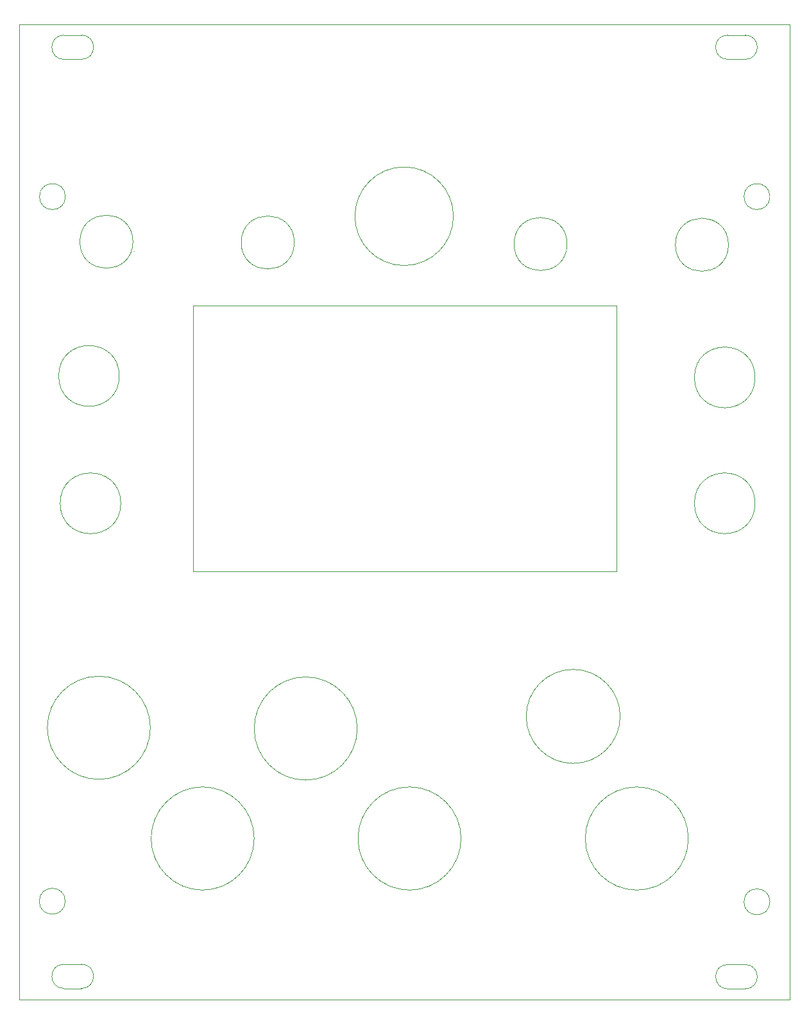
<source format=gbr>
%TF.GenerationSoftware,KiCad,Pcbnew,7.0.9*%
%TF.CreationDate,2024-08-29T12:31:07+10:00*%
%TF.ProjectId,eurorack_panel,6575726f-7261-4636-9b5f-70616e656c2e,rev?*%
%TF.SameCoordinates,Original*%
%TF.FileFunction,Profile,NP*%
%FSLAX46Y46*%
G04 Gerber Fmt 4.6, Leading zero omitted, Abs format (unit mm)*
G04 Created by KiCad (PCBNEW 7.0.9) date 2024-08-29 12:31:07*
%MOMM*%
%LPD*%
G01*
G04 APERTURE LIST*
%TA.AperFunction,Profile*%
%ADD10C,0.050000*%
%TD*%
%TA.AperFunction,Profile*%
%ADD11C,0.100000*%
%TD*%
G04 APERTURE END LIST*
D10*
X146950000Y-165475000D02*
X144650000Y-165475000D01*
D11*
X82150000Y-145650000D02*
G75*
G03*
X82150000Y-145650000I-6800000J0D01*
G01*
X108446765Y-63588475D02*
G75*
G03*
X108446765Y-63588475I-6500000J0D01*
G01*
D10*
X152825000Y-166875000D02*
X51175000Y-166875000D01*
X51175000Y-166875000D02*
X51175000Y-38300000D01*
X59350000Y-165425000D02*
G75*
G03*
X59350000Y-162225000I0J1600000D01*
G01*
X59350000Y-39700000D02*
X57050000Y-39700000D01*
D11*
X68450000Y-131050000D02*
G75*
G03*
X68450000Y-131050000I-6800000J0D01*
G01*
X95750000Y-131150000D02*
G75*
G03*
X95750000Y-131150000I-6800000J0D01*
G01*
D10*
X57050000Y-162225000D02*
G75*
G03*
X57050000Y-165425000I0J-1600000D01*
G01*
X146950000Y-165475000D02*
G75*
G03*
X146950000Y-162275000I0J1600000D01*
G01*
D11*
X143550001Y-80950000D02*
G75*
G03*
X143550001Y-80950000I-1J0D01*
G01*
X139450000Y-145650000D02*
G75*
G03*
X139450000Y-145650000I-6800000J0D01*
G01*
D10*
X152825000Y-166875000D02*
X152825000Y-38307234D01*
X59350000Y-42900000D02*
G75*
G03*
X59350000Y-39700000I0J1600000D01*
G01*
D11*
X66350001Y-68250000D02*
G75*
G03*
X66350001Y-68250000I-1J0D01*
G01*
D10*
X59350000Y-165425000D02*
X57050000Y-165425000D01*
D11*
X150211724Y-61000000D02*
G75*
G03*
X150211724Y-61000000I-1711724J0D01*
G01*
D10*
X144650000Y-39700000D02*
G75*
G03*
X144650000Y-42900000I0J-1600000D01*
G01*
D11*
X64550000Y-101450000D02*
G75*
G03*
X64550000Y-101450000I-4000000J0D01*
G01*
X66150000Y-66950000D02*
G75*
G03*
X66150000Y-66950000I-3500000J0D01*
G01*
X144739752Y-67350000D02*
G75*
G03*
X144739752Y-67350000I-3500000J0D01*
G01*
X64350000Y-84650000D02*
G75*
G03*
X64350000Y-84650000I-4000000J0D01*
G01*
X87444876Y-67050000D02*
G75*
G03*
X87444876Y-67050000I-3500000J0D01*
G01*
D10*
X144650000Y-162275000D02*
G75*
G03*
X144650000Y-165475000I0J-1600000D01*
G01*
D11*
X57211724Y-153925000D02*
G75*
G03*
X57211724Y-153925000I-1711724J0D01*
G01*
X123444876Y-67250000D02*
G75*
G03*
X123444876Y-67250000I-3500000J0D01*
G01*
D10*
X146950000Y-42900000D02*
X144650000Y-42900000D01*
X59350000Y-162225000D02*
X57050000Y-162225000D01*
D11*
X74050000Y-75350000D02*
X129950000Y-75350000D01*
X129950000Y-110450000D01*
X74050000Y-110450000D01*
X74050000Y-75350000D01*
X130450000Y-129550000D02*
G75*
G03*
X130450000Y-129550000I-6200000J0D01*
G01*
X148250000Y-101450000D02*
G75*
G03*
X148250000Y-101450000I-4000000J0D01*
G01*
D10*
X146950000Y-39700000D02*
X144650000Y-39700000D01*
D11*
X109450000Y-145650000D02*
G75*
G03*
X109450000Y-145650000I-6800000J0D01*
G01*
D10*
X51175000Y-38300000D02*
X152825000Y-38307234D01*
D11*
X148250000Y-84850000D02*
G75*
G03*
X148250000Y-84850000I-4000000J0D01*
G01*
D10*
X146950000Y-162275000D02*
X144650000Y-162275000D01*
D11*
X57236724Y-61000000D02*
G75*
G03*
X57236724Y-61000000I-1711724J0D01*
G01*
D10*
X146950000Y-42900000D02*
G75*
G03*
X146950000Y-39700000I0J1600000D01*
G01*
X57050000Y-39700000D02*
G75*
G03*
X57050000Y-42900000I0J-1600000D01*
G01*
D11*
X150211724Y-154000000D02*
G75*
G03*
X150211724Y-154000000I-1711724J0D01*
G01*
D10*
X59350000Y-42900000D02*
X57050000Y-42900000D01*
M02*

</source>
